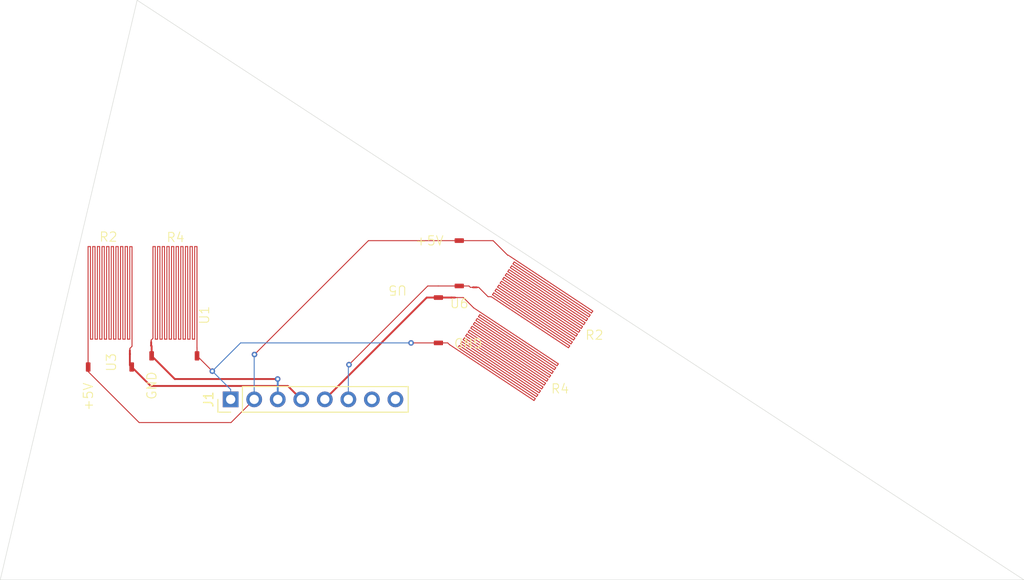
<source format=kicad_pcb>
(kicad_pcb (version 20241229) (generator "pcbnew") (generator_version "9.0")
  (layers (0 "F.Cu" signal) (2 "B.Cu" signal) (13 "F.Paste" user) (15 "B.Paste" user) (5 "F.SilkS" user "F.Silkscreen") (7 "B.SilkS" user "B.Silkscreen") (1 "F.Mask" user) (3 "B.Mask" user) (25 "Edge.Cuts" user))
  (net 0 "")
  (net 1 "A1_IN_P")
  (net 2 "+5V")
  (net 3 "A2_IN_N")
  (net 5 "GND")
  (net 7 "A1_IN_N")
  (net 8 "A2_IN_P")
  (footprint "Library:NetTie-2_SMD_Pad0.1mm" (layer "F.Cu") (at 110.20706 102.007836 90)
    (property "Reference" "REF**" (hide yes))
    (property "Value" "NetTie-2_SMD_Pad0.1mm" (hide yes))
    (fp_line (start 0.5 0) (end 0 0) (stroke (width 0.1)) (layer "F.Cu"))
    (fp_line (start -0.1 0) (end 0.3 0) (stroke (width 0.2)) (layer "F.Cu"))
    (pad "1" smd circle (at -0.1 0 90) (size 0.2 0.2) (layers "F.Cu") (net 1 "A1_IN_P"))
    (pad "2" smd circle (at 0.5 0 90) (size 0.1 0.1) (layers "F.Cu") (net 5 "GND"))
  )
  (footprint "Library:NetTie-2_SMD_Pad0.1mm" (layer "F.Cu") (at 142.70706 96.907836)
    (property "Reference" "REF**" (hide yes))
    (property "Value" "NetTie-2_SMD_Pad0.1mm" (hide yes))
    (fp_line (start -0.1 0) (end 0.3 0) (stroke (width 0.2)) (layer "F.Cu"))
    (fp_line (start 0.5 0) (end 0 0) (stroke (width 0.1)) (layer "F.Cu"))
    (pad "1" smd circle (at -0.1 0) (size 0.2 0.2) (layers "F.Cu") (net 8 "A2_IN_P"))
    (pad "2" smd circle (at 0.5 0) (size 0.1 0.1) (layers "F.Cu") (net 5 "GND"))
  )
  (footprint "Library:NetTie-2_SMD_Pad0.1mm" (layer "F.Cu") (at 107.90706 102.907836 90)
    (property "Reference" "REF**" (hide yes))
    (property "Value" "NetTie-2_SMD_Pad0.1mm" (hide yes))
    (fp_line (start 0.5 0) (end 0 0) (stroke (width 0.1)) (layer "F.Cu"))
    (fp_line (start -0.1 0) (end 0.3 0) (stroke (width 0.2)) (layer "F.Cu"))
    (pad "1" smd circle (at -0.1 0 90) (size 0.2 0.2) (layers "F.Cu") (net 7 "A1_IN_N"))
    (pad "2" smd circle (at 0.5 0 90) (size 0.1 0.1) (layers "F.Cu") (net 2 "+5V"))
  )
  (footprint "Library:NetTie-2_SMD_Pad0.1mm" (layer "F.Cu") (at 145.05706 95.807836)
    (property "Reference" "REF**" (hide yes))
    (property "Value" "NetTie-2_SMD_Pad0.1mm" (hide yes))
    (fp_line (start -0.1 0) (end 0.3 0) (stroke (width 0.2)) (layer "F.Cu"))
    (fp_line (start 0.5 0) (end 0 0) (stroke (width 0.1)) (layer "F.Cu"))
    (pad "1" smd circle (at -0.1 0) (size 0.2 0.2) (layers "F.Cu") (net 3 "A2_IN_N"))
    (pad "2" smd circle (at 0.5 0) (size 0.1 0.1) (layers "F.Cu") (net 2 "+5V"))
  )
  (footprint "Connector_PinHeader_2.54mm:PinHeader_1x08_P2.54mm_Vertical" (layer "F.Cu") (at 118.78706 107.907836 90)
    (property "Reference" "J1" (at 0 -2.38 90) (layer "F.SilkS"))
    (property "Value" "Conn_01x08_Pin")
    (fp_line (start -1.38 -1.38) (end 0 -1.38) (stroke (width 0.12)) (layer "F.SilkS"))
    (fp_line (start -1.38 0) (end -1.38 -1.38) (stroke (width 0.12)) (layer "F.SilkS"))
    (fp_line (start 1.38 1.27) (end 1.38 19.16) (stroke (width 0.12)) (layer "F.SilkS"))
    (fp_line (start -1.38 1.27) (end 1.38 1.27) (stroke (width 0.12)) (layer "F.SilkS"))
    (fp_line (start -1.38 1.27) (end -1.38 19.16) (stroke (width 0.12)) (layer "F.SilkS"))
    (fp_line (start -1.38 19.16) (end 1.38 19.16) (stroke (width 0.12)) (layer "F.SilkS"))
    (pad "1" thru_hole rect (at 0 0 90) (size 1.7 1.7) (drill 1) (layers "*.Cu" "*.Mask") (net 5 "GND"))
    (pad "2" thru_hole circle (at 0 2.54 90) (size 1.7 1.7) (drill 1) (layers "*.Cu" "*.Mask") (net 2 "+5V"))
    (pad "3" thru_hole circle (at 0 5.08 90) (size 1.7 1.7) (drill 1) (layers "*.Cu" "*.Mask") (net 1 "A1_IN_P"))
    (pad "4" thru_hole circle (at 0 7.62 90) (size 1.7 1.7) (drill 1) (layers "*.Cu" "*.Mask") (net 7 "A1_IN_N"))
    (pad "5" thru_hole circle (at 0 10.16 90) (size 1.7 1.7) (drill 1) (layers "*.Cu" "*.Mask") (net 8 "A2_IN_P"))
    (pad "6" thru_hole circle (at 0 12.7 90) (size 1.7 1.7) (drill 1) (layers "*.Cu" "*.Mask") (net 3 "A2_IN_N"))
    (pad "7" thru_hole circle (at 0 15.24 90) (size 1.7 1.7) (drill 1) (layers "*.Cu" "*.Mask"))
    (pad "8" thru_hole circle (at 0 17.78 90) (size 1.7 1.7) (drill 1) (layers "*.Cu" "*.Mask"))
  )
  (footprint "Library:StrainGaugeV" (layer "F.Cu") (at 110.70706 104.407836 90)
    (property "Reference" "U3" (at 0.5 -4.8 90) (layer "F.SilkS") (effects (font (thickness 0.1))))
    (property "Value" "~" (hide yes))
    (fp_text user "+5V" (at -4.8 -6.7 90) (layer "F.SilkS") (effects (font (thickness 0.1)) (justify left bottom)))
    (pad "1" smd roundrect (at 0 -7.3 90) (size 1 0.5) (layers "F.Cu" "F.Mask" "F.Paste") (roundrect_rratio 0.15) (net 2 "+5V"))
    (pad "2" smd roundrect (at 0 -2.6 90) (size 1 0.5) (layers "F.Cu" "F.Mask" "F.Paste") (roundrect_rratio 0.15) (net 7 "A1_IN_N"))
  )
  (footprint "Library:StrainGaugeV" (layer "F.Cu") (at 143.45706 98.057836)
    (property "Reference" "U6" (at 0 -0.5 0) (layer "F.SilkS") (effects (font (thickness 0.1))))
    (property "Value" "~")
    (fp_text user "+5V" (at -4.8 -6.7 0) (layer "F.SilkS") (effects (font (thickness 0.1)) (justify left bottom)))
    (pad "1" smd roundrect (at 0 -7.3) (size 1 0.5) (layers "F.Cu" "F.Mask" "F.Paste") (roundrect_rratio 0.15) (net 2 "+5V"))
    (pad "2" smd roundrect (at 0 -2.4) (size 1 0.5) (layers "F.Cu" "F.Mask" "F.Paste") (roundrect_rratio 0.15) (net 3 "A2_IN_N"))
  )
  (footprint "Library:StrainGaugeGND" (layer "F.Cu") (at 141.20706 96.907836 180)
    (property "Reference" "U5" (at 4.4 0.8 180) (layer "F.SilkS") (effects (font (thickness 0.1))))
    (property "Value" "~")
    (fp_text user "GND" (at -4.8 -4.3 180) (layer "F.SilkS") (effects (font (thickness 0.1)) (justify left bottom)))
    (pad "1" smd roundrect (at 0 -4.9 180) (size 1 0.5) (layers "F.Cu" "F.Mask" "F.Paste") (roundrect_rratio 0.15) (net 5 "GND"))
    (pad "2" smd roundrect (at 0 0 180) (size 1 0.5) (layers "F.Cu" "F.Mask" "F.Paste") (roundrect_rratio 0.15) (net 8 "A2_IN_P"))
  )
  (footprint "Library:StrainGaugeGND" (layer "F.Cu") (at 115.15706 103.207836 90)
    (property "Reference" "U1" (at 4.4 0.8 90) (layer "F.SilkS") (effects (font (thickness 0.1))))
    (property "Value" "~")
    (fp_text user "GND" (at -4.8 -4.3 90) (layer "F.SilkS") (effects (font (thickness 0.1)) (justify left bottom)))
    (pad "1" smd roundrect (at 0 -4.9 90) (size 1 0.5) (layers "F.Cu" "F.Mask" "F.Paste") (roundrect_rratio 0.15) (net 1 "A1_IN_P"))
    (pad "2" smd roundrect (at 0 0 90) (size 1 0.5) (layers "F.Cu" "F.Mask" "F.Paste") (roundrect_rratio 0.15) (net 5 "GND"))
  )
  (gr_line (start 93.91706 127.407836) (end 204.40706 127.407836) (stroke (width 0.05)) (layer "Edge.Cuts"))
  (gr_line (start 204.40706 127.407836) (end 108.69294 64.792164) (stroke (width 0.05)) (layer "Edge.Cuts"))
  (gr_line (start 108.69294 64.792164) (end 93.91706 127.407836) (stroke (width 0.05)) (layer "Edge.Cuts"))
  (gr_text "R2\n" (at 104.55 90.95 0) (layer "F.SilkS") (effects (font (size 1 1) (thickness 0.1)) (justify left bottom)))
  (gr_text "R2" (at 157 101.55 0) (layer "F.SilkS") (effects (font (size 1 1) (thickness 0.1)) (justify left bottom)))
  (gr_text "R4" (at 111.8 91 0) (layer "F.SilkS") (effects (font (size 1 1) (thickness 0.1)) (justify left bottom)))
  (gr_text "R4" (at 153.3 107.35 0) (layer "F.SilkS") (effects (font (size 1 1) (thickness 0.1)) (justify left bottom)))
  (segment (start 110.25706 103.207836) (end 112.75706 105.707836) (width 0.2) (layer "F.Cu") (net 1))
  (segment (start 110.25706 102.157836) (end 110.20706 102.107836) (width 0.2) (layer "F.Cu") (net 1))
  (segment (start 112.75706 105.707836) (end 123.85706 105.707836) (width 0.2) (layer "F.Cu") (net 1))
  (segment (start 110.25706 103.207836) (end 110.25706 102.157836) (width 0.2) (layer "F.Cu") (net 1))
  (via (at 123.85706 105.707836) (size 0.6) (drill 0.3) (layers "F.Cu" "B.Cu") (net 1))
  (segment (start 123.85706 105.707836) (end 123.86706 105.717836) (width 0.2) (layer "B.Cu") (net 1))
  (segment (start 123.86706 105.717836) (end 123.86706 107.907836) (width 0.2) (layer "B.Cu") (net 1))
  (segment (start 156.899636 99.831155) (end 157.03762 99.622683) (width 0.1) (layer "F.Cu") (net 2))
  (segment (start 107.90706 102.407836) (end 108.142164 102.172732) (width 0.1) (layer "F.Cu") (net 2))
  (segment (start 104.15 91.4) (end 104.15 101.4) (width 0.1) (layer "F.Cu") (net 2))
  (segment (start 104.15 101.4) (end 104.4 101.4) (width 0.1) (layer "F.Cu") (net 2))
  (segment (start 121.35706 103.057836) (end 133.65706 90.757836) (width 0.1) (layer "F.Cu") (net 2))
  (segment (start 107.4 101.4) (end 107.4 91.4) (width 0.1) (layer "F.Cu") (net 2))
  (segment (start 145.55706 95.807836) (end 146.562666 96.813442) (width 0.1) (layer "F.Cu") (net 2))
  (segment (start 104.9 91.4) (end 105.15 91.4) (width 0.1) (layer "F.Cu") (net 2))
  (segment (start 155.243825 102.332812) (end 155.381809 102.124341) (width 0.1) (layer "F.Cu") (net 2))
  (segment (start 148.836746 93.894842) (end 157.175604 99.414212) (width 0.1) (layer "F.Cu") (net 2))
  (segment (start 118.82706 110.407836) (end 108.90706 110.407836) (width 0.1) (layer "F.Cu") (net 2))
  (segment (start 148.00884 95.145671) (end 156.347699 100.665041) (width 0.1) (layer "F.Cu") (net 2))
  (segment (start 104.4 91.4) (end 104.65 91.4) (width 0.1) (layer "F.Cu") (net 2))
  (segment (start 107.9 101.4) (end 107.9 91.407836) (width 0.1) (layer "F.Cu") (net 2))
  (segment (start 156.347699 100.665041) (end 156.485683 100.456569) (width 0.1) (layer "F.Cu") (net 2))
  (segment (start 103.9 91.4) (end 104.15 91.4) (width 0.1) (layer "F.Cu") (net 2))
  (segment (start 103.9 101.4) (end 103.9 91.4) (width 0.1) (layer "F.Cu") (net 2))
  (segment (start 106.15 91.4) (end 106.15 101.4) (width 0.1) (layer "F.Cu") (net 2))
  (segment (start 147.318919 96.188028) (end 147.456903 95.979557) (width 0.1) (layer "F.Cu") (net 2))
  (segment (start 103.4 104.2) (end 103.4 91.4) (width 0.1) (layer "F.Cu") (net 2))
  (segment (start 155.657777 101.707398) (end 147.318919 96.188028) (width 0.1) (layer "F.Cu") (net 2))
  (segment (start 103.4 91.4) (end 103.65 91.4) (width 0.1) (layer "F.Cu") (net 2))
  (segment (start 157.175604 99.414212) (end 157.313588 99.20574) (width 0.1) (layer "F.Cu") (net 2))
  (segment (start 157.03762 99.622683) (end 148.698762 94.103313) (width 0.1) (layer "F.Cu") (net 2))
  (segment (start 106.4 101.4) (end 106.4 91.4) (width 0.1) (layer "F.Cu") (net 2))
  (segment (start 106.65 101.4) (end 106.9 101.4) (width 0.1) (layer "F.Cu") (net 2))
  (segment (start 149.250699 93.269428) (end 149.388683 93.060956) (width 0.1) (layer "F.Cu") (net 2))
  (segment (start 107.65 101.4) (end 107.9 101.4) (width 0.1) (layer "F.Cu") (net 2))
  (segment (start 104.65 101.4) (end 104.9 101.4) (width 0.1) (layer "F.Cu") (net 2))
  (segment (start 157.727541 98.580326) (end 157.865525 98.371855) (width 0.1) (layer "F.Cu") (net 2))
  (segment (start 148.734475 92.328145) (end 148.677369 92.328145) (width 0.1) (layer "F.Cu") (net 2))
  (segment (start 156.761651 100.039626) (end 148.422793 94.520256) (width 0.1) (layer "F.Cu") (net 2))
  (segment (start 105.4 101.4) (end 105.4 91.4) (width 0.1) (layer "F.Cu") (net 2))
  (segment (start 155.519793 101.915869) (end 155.657777 101.707398) (width 0.1) (layer "F.Cu") (net 2))
  (segment (start 157.313588 99.20574) (end 148.97473 93.686371) (width 0.1) (layer "F.Cu") (net 2))
  (segment (start 105.65 91.4) (end 105.65 101.4) (width 0.1) (layer "F.Cu") (net 2))
  (segment (start 155.795762 101.498926) (end 155.933746 101.290455) (width 0.1) (layer "F.Cu") (net 2))
  (segment (start 108.142164 102.172732) (end 108.142164 91.407836) (width 0.1) (layer "F.Cu") (net 2))
  (segment (start 148.284809 94.728728) (end 156.623667 100.248098) (width 0.1) (layer "F.Cu") (net 2))
  (segment (start 103.65 101.4) (end 103.9 101.4) (width 0.1) (layer "F.Cu") (net 2))
  (segment (start 155.381809 102.124341) (end 147.042951 96.604971) (width 0.1) (layer "F.Cu") (net 2))
  (segment (start 156.623667 100.248098) (end 156.761651 100.039626) (width 0.1) (layer "F.Cu") (net 2))
  (segment (start 149.388683 93.060956) (end 157.727541 98.580326) (width 0.1) (layer "F.Cu") (net 2))
  (segment (start 105.15 91.4) (end 105.15 101.4) (width 0.1) (layer "F.Cu") (net 2))
  (segment (start 105.15 101.4) (end 105.4 101.4) (width 0.1) (layer "F.Cu") (net 2))
  (segment (start 146.562666 96.813442) (end 146.904966 96.813442) (width 0.1) (layer "F.Cu") (net 2))
  (segment (start 108.142164 91.407836) (end 107.9 91.407836) (width 0.1) (layer "F.Cu") (net 2))
  (segment (start 105.65 101.4) (end 105.9 101.4) (width 0.1) (layer "F.Cu") (net 2))
  (segment (start 156.07173 101.081984) (end 156.209714 100.873512) (width 0.1) (layer "F.Cu") (net 2))
  (segment (start 133.65706 90.757836) (end 143.45706 90.757836) (width 0.1) (layer "F.Cu") (net 2))
  (segment (start 105.9 91.4) (end 106.15 91.4) (width 0.1) (layer "F.Cu") (net 2))
  (segment (start 148.146825 94.937199) (end 148.284809 94.728728) (width 0.1) (layer "F.Cu") (net 2))
  (segment (start 105.9 101.4) (end 105.9 91.4) (width 0.1) (layer "F.Cu") (net 2))
  (segment (start 104.9 101.4) (end 104.9 91.4) (width 0.1) (layer "F.Cu") (net 2))
  (segment (start 147.042951 96.604971) (end 147.180935 96.396499) (width 0.1) (layer "F.Cu") (net 2))
  (segment (start 121.32706 107.907836) (end 118.82706 110.407836) (width 0.1) (layer "F.Cu") (net 2))
  (segment (start 156.485683 100.456569) (end 148.146825 94.937199) (width 0.1) (layer "F.Cu") (net 2))
  (segment (start 105.4 91.4) (end 105.65 91.4) (width 0.1) (layer "F.Cu") (net 2))
  (segment (start 147.594888 95.771085) (end 147.732872 95.562614) (width 0.1) (layer "F.Cu") (net 2))
  (segment (start 107.15 91.4) (end 107.15 101.4) (width 0.1) (layer "F.Cu") (net 2))
  (segment (start 103.40706 104.907836) (end 103.40706 103.907836) (width 0.1) (layer "F.Cu") (net 2))
  (segment (start 148.422793 94.520256) (end 148.560777 94.311785) (width 0.1) (layer "F.Cu") (net 2))
  (segment (start 104.4 101.4) (end 104.4 91.4) (width 0.1) (layer "F.Cu") (net 2))
  (segment (start 156.209714 100.873512) (end 147.870856 95.354142) (width 0.1) (layer "F.Cu") (net 2))
  (segment (start 147.180935 96.396499) (end 155.519793 101.915869) (width 0.1) (layer "F.Cu") (net 2))
  (segment (start 148.698762 94.103313) (end 148.836746 93.894842) (width 0.1) (layer "F.Cu") (net 2))
  (segment (start 107.15 101.4) (end 107.4 101.4) (width 0.1) (layer "F.Cu") (net 2))
  (segment (start 104.65 91.4) (end 104.65 101.4) (width 0.1) (layer "F.Cu") (net 2))
  (segment (start 106.4 91.4) (end 106.65 91.4) (width 0.1) (layer "F.Cu") (net 2))
  (segment (start 155.933746 101.290455) (end 147.594888 95.771085) (width 0.1) (layer "F.Cu") (net 2))
  (segment (start 147.10706 90.757836) (end 143.45706 90.757836) (width 0.1) (layer "F.Cu") (net 2))
  (segment (start 108.90706 110.407836) (end 103.40706 104.907836) (width 0.1) (layer "F.Cu") (net 2))
  (segment (start 107.4 91.4) (end 107.65 91.4) (width 0.1) (layer "F.Cu") (net 2))
  (segment (start 106.15 101.4) (end 106.4 101.4) (width 0.1) (layer "F.Cu") (net 2))
  (segment (start 157.451573 98.997269) (end 157.589557 98.788797) (width 0.1) (layer "F.Cu") (net 2))
  (segment (start 147.456903 95.979557) (end 155.795762 101.498926) (width 0.1) (layer "F.Cu") (net 2))
  (segment (start 106.9 91.4) (end 107.15 91.4) (width 0.1) (layer "F.Cu") (net 2))
  (segment (start 148.97473 93.686371) (end 149.112714 93.477899) (width 0.1) (layer "F.Cu") (net 2))
  (segment (start 148.560777 94.311785) (end 156.899636 99.831155) (width 0.1) (layer "F.Cu") (net 2))
  (segment (start 107.65 91.4) (end 107.65 101.4) (width 0.1) (layer "F.Cu") (net 2))
  (segment (start 146.904966 96.813442) (end 155.243825 102.332812) (width 0.1) (layer "F.Cu") (net 2))
  (segment (start 157.589557 98.788797) (end 149.250699 93.269428) (width 0.1) (layer "F.Cu") (net 2))
  (segment (start 147.870856 95.354142) (end 148.00884 95.145671) (width 0.1) (layer "F.Cu") (net 2))
  (segment (start 149.112714 93.477899) (end 157.451573 98.997269) (width 0.1) (layer "F.Cu") (net 2))
  (segment (start 147.732872 95.562614) (end 156.07173 101.081984) (width 0.1) (layer "F.Cu") (net 2))
  (segment (start 106.9 101.4) (end 106.9 91.4) (width 0.1) (layer "F.Cu") (net 2))
  (segment (start 148.677369 92.328145) (end 147.10706 90.757836) (width 0.1) (layer "F.Cu") (net 2))
  (segment (start 103.65 91.4) (end 103.65 101.4) (width 0.1) (layer "F.Cu") (net 2))
  (segment (start 157.865525 98.371855) (end 148.734475 92.328145) (width 0.1) (layer "F.Cu") (net 2))
  (segment (start 106.65 91.4) (end 106.65 101.4) (width 0.1) (layer "F.Cu") (net 2))
  (via (at 121.35706 103.057836) (size 0.6) (drill 0.3) (layers "F.Cu" "B.Cu") (net 2))
  (segment (start 121.32706 103.087836) (end 121.35706 103.057836) (width 0.1) (layer "B.Cu") (net 2))
  (segment (start 121.32706 107.907836) (end 121.32706 103.087836) (width 0.1) (layer "B.Cu") (net 2))
  (segment (start 141.19706 95.657836) (end 140.05706 95.657836) (width 0.1) (layer "F.Cu") (net 3))
  (segment (start 131.55706 104.157836) (end 131.58206 104.132836) (width 0.1) (layer "F.Cu") (net 3))
  (segment (start 144.95706 95.807836) (end 144.65706 95.807836) (width 0.1) (layer "F.Cu") (net 3))
  (segment (start 140.05706 95.657836) (end 131.55706 104.157836) (width 0.1) (layer "F.Cu") (net 3))
  (segment (start 141.19706 95.657836) (end 143.45706 95.657836) (width 0.1) (layer "F.Cu") (net 3))
  (segment (start 144.50706 95.657836) (end 143.45706 95.657836) (width 0.1) (layer "F.Cu") (net 3))
  (segment (start 144.65706 95.807836) (end 144.50706 95.657836) (width 0.1) (layer "F.Cu") (net 3))
  (via (at 131.55706 104.157836) (size 0.6) (drill 0.3) (layers "F.Cu" "B.Cu") (net 3))
  (segment (start 131.48706 107.907836) (end 131.48706 104.227836) (width 0.1) (layer "B.Cu") (net 3))
  (segment (start 131.48706 104.227836) (end 131.55706 104.157836) (width 0.1) (layer "B.Cu") (net 3))
  (segment (start 113.9 91.4) (end 114.15 91.4) (width 0.1) (layer "F.Cu") (net 5))
  (segment (start 143.325429 102.302287) (end 143.463413 102.093815) (width 0.1) (layer "F.Cu") (net 5))
  (segment (start 144.153334 101.051458) (end 144.291318 100.842987) (width 0.1) (layer "F.Cu") (net 5))
  (segment (start 153.458082 105.111528) (end 153.596066 104.903056) (width 0.1) (layer "F.Cu") (net 5))
  (segment (start 110.4 101.314896) (end 110.20706 101.507836) (width 0.1) (layer "F.Cu") (net 5))
  (segment (start 153.872035 104.486113) (end 145.533177 98.966744) (width 0.1) (layer "F.Cu") (net 5))
  (segment (start 115.15 102.35) (end 115.15706 102.35706) (width 0.1) (layer "F.Cu") (net 5))
  (segment (start 144.705271 100.217572) (end 144.843255 100.009101) (width 0.1) (layer "F.Cu") (net 5))
  (segment (start 154.148003 104.069171) (end 145.016953 98.025461) (width 0.1) (layer "F.Cu") (net 5))
  (segment (start 111.15 101.4) (end 111.4 101.4) (width 0.1) (layer "F.Cu") (net 5))
  (segment (start 152.768161 106.153885) (end 144.429303 100.634515) (width 0.1) (layer "F.Cu") (net 5))
  (segment (start 114.65 101.4) (end 114.9 101.4) (width 0.1) (layer "F.Cu") (net 5))
  (segment (start 114.4 91.4) (end 114.65 91.4) (width 0.1) (layer "F.Cu") (net 5))
  (segment (start 111.9 101.4) (end 111.9 91.4) (width 0.1) (layer "F.Cu") (net 5))
  (segment (start 141.20706 101.807836) (end 138.25706 101.807836) (width 0.1) (layer "F.Cu") (net 5))
  (segment (start 114.15 91.4) (end 114.15 101.4) (width 0.1) (layer "F.Cu") (net 5))
  (segment (start 111.9 91.4) (end 112.15 91.4) (width 0.1) (layer "F.Cu") (net 5))
  (segment (start 110.9 91.4) (end 111.15 91.4) (width 0.1) (layer "F.Cu") (net 5))
  (segment (start 115.15 91.4) (end 115.15 102.35) (width 0.1) (layer "F.Cu") (net 5))
  (segment (start 142.216671 101.807836) (end 141.20706 101.807836) (width 0.1) (layer "F.Cu") (net 5))
  (segment (start 143.463413 102.093815) (end 151.802271 107.613185) (width 0.1) (layer "F.Cu") (net 5))
  (segment (start 151.664287 107.821657) (end 143.325429 102.302287) (width 0.1) (layer "F.Cu") (net 5))
  (segment (start 110.4 91.4) (end 110.4 101.314896) (width 0.1) (layer "F.Cu") (net 5))
  (segment (start 114.9 101.4) (end 114.9 91.4) (width 0.1) (layer "F.Cu") (net 5))
  (segment (start 112.15 101.4) (end 112.4 101.4) (width 0.1) (layer "F.Cu") (net 5))
  (segment (start 151.526303 108.030128) (end 151.664287 107.821657) (width 0.1) (layer "F.Cu") (net 5))
  (segment (start 113.65 101.4) (end 113.9 101.4) (width 0.1) (layer "F.Cu") (net 5))
  (segment (start 145.533177 98.966744) (end 145.671161 98.758272) (width 0.1) (layer "F.Cu") (net 5))
  (segment (start 112.4 101.4) (end 112.4 91.4) (width 0.1) (layer "F.Cu") (net 5))
  (segment (start 115.15706 103.207836) (end 116.80706 104.857836) (width 0.1) (layer "F.Cu") (net 5))
  (segment (start 142.395253 101.986418) (end 151.526303 108.030128) (width 0.1) (layer "F.Cu") (net 5))
  (segment (start 114.9 91.4) (end 115.15 91.4) (width 0.1) (layer "F.Cu") (net 5))
  (segment (start 151.940255 107.404714) (end 143.601397 101.885344) (width 0.1) (layer "F.Cu") (net 5))
  (segment (start 144.843255 100.009101) (end 153.182114 105.528471) (width 0.1) (layer "F.Cu") (net 5))
  (segment (start 145.119224 99.592158) (end 153.458082 105.111528) (width 0.1) (layer "F.Cu") (net 5))
  (segment (start 153.182114 105.528471) (end 153.320098 105.319999) (width 0.1) (layer "F.Cu") (net 5))
  (segment (start 111.65 91.4) (end 111.65 101.4) (width 0.1) (layer "F.Cu") (net 5))
  (segment (start 151.802271 107.613185) (end 151.940255 107.404714) (width 0.1) (layer "F.Cu") (net 5))
  (segment (start 112.65 101.4) (end 112.9 101.4) (width 0.1) (layer "F.Cu") (net 5))
  (segment (start 113.65 91.4) (end 113.65 101.4) (width 0.1) (layer "F.Cu") (net 5))
  (segment (start 154.010019 104.277642) (end 154.148003 104.069171) (width 0.1) (layer "F.Cu") (net 5))
  (segment (start 153.734051 104.694585) (end 153.872035 104.486113) (width 0.1) (layer "F.Cu") (net 5))
  (segment (start 144.98124 99.800629) (end 145.119224 99.592158) (width 0.1) (layer "F.Cu") (net 5))
  (segment (start 144.567287 100.426044) (end 152.906145 105.945414) (width 0.1) (layer "F.Cu") (net 5))
  (segment (start 153.320098 105.319999) (end 144.98124 99.800629) (width 0.1) (layer "F.Cu") (net 5))
  (segment (start 112.65 91.4) (end 112.65 101.4) (width 0.1) (layer "F.Cu") (net 5))
  (segment (start 153.596066 104.903056) (end 145.257208 99.383687) (width 0.1) (layer "F.Cu") (net 5))
  (segment (start 152.630177 106.362357) (end 152.768161 106.153885) (width 0.1) (layer "F.Cu") (net 5))
  (segment (start 142.395253 101.986418) (end 142.216671 101.807836) (width 0.1) (layer "F.Cu") (net 5))
  (segment (start 111.4 91.4) (end 111.65 91.4) (width 0.1) (layer "F.Cu") (net 5))
  (segment (start 152.07824 107.196242) (end 152.216224 106.987771) (width 0.1) (layer "F.Cu") (net 5))
  (segment (start 152.216224 106.987771) (end 143.877366 101.468401) (width 0.1) (layer "F.Cu") (net 5))
  (segment (start 111.65 101.4) (end 111.9 101.4) (width 0.1) (layer "F.Cu") (net 5))
  (segment (start 112.9 101.4) (end 112.9 91.4) (width 0.1) (layer "F.Cu") (net 5))
  (segment (start 143.739381 101.676873) (end 152.07824 107.196242) (width 0.1) (layer "F.Cu") (net 5))
  (segment (start 144.429303 100.634515) (end 144.567287 100.426044) (width 0.1) (layer "F.Cu") (net 5))
  (segment (start 152.906145 105.945414) (end 153.044129 105.736942) (width 0.1) (layer "F.Cu") (net 5))
  (segment (start 144.01535 101.25993) (end 152.354208 106.7793) (width 0.1) (layer "F.Cu") (net 5))
  (segment (start 112.9 91.4) (end 113.15 91.4) (width 0.1) (layer "F.Cu") (net 5))
  (segment (start 113.15 91.4) (end 113.15 101.4) (width 0.1) (layer "F.Cu") (net 5))
  (segment (start 114.4 101.4) (end 114.4 91.4) (width 0.1) (layer "F.Cu") (net 5))
  (segment (start 145.671161 98.758272) (end 154.010019 104.277642) (width 0.1) (layer "F.Cu") (net 5))
  (segment (start 110.65 91.4) (end 110.65 101.4) (width 0.1) (layer "F.Cu") (net 5))
  (segment (start 144.291318 100.842987) (end 152.630177 106.362357) (width 0.1) (layer "F.Cu") (net 5))
  (segment (start 111.15 91.4) (end 111.15 101.4) (width 0.1) (layer "F.Cu") (net 5))
  (segment (start 113.4 101.4) (end 113.4 91.4) (width 0.1) (layer "F.Cu") (net 5))
  (segment (start 112.15 91.4) (end 112.15 101.4) (width 0.1) (layer "F.Cu") (net 5))
  (segment (start 153.044129 105.736942) (end 144.705271 100.217572) (width 0.1) (layer "F.Cu") (net 5))
  (segment (start 110.65 101.4) (end 110.9 101.4) (width 0.1) (layer "F.Cu") (net 5))
  (segment (start 111.4 101.4) (end 111.4 91.4) (width 0.1) (layer "F.Cu") (net 5))
  (segment (start 114.65 91.4) (end 114.65 101.4) (width 0.1) (layer "F.Cu") (net 5))
  (segment (start 145.395192 99.175215) (end 153.734051 104.694585) (width 0.1) (layer "F.Cu") (net 5))
  (segment (start 152.492192 106.570828) (end 144.153334 101.051458) (width 0.1) (layer "F.Cu") (net 5))
  (segment (start 112.4 91.4) (end 112.65 91.4) (width 0.1) (layer "F.Cu") (net 5))
  (segment (start 113.4 91.4) (end 113.65 91.4) (width 0.1) (layer "F.Cu") (net 5))
  (segment (start 113.15 101.4) (end 113.4 101.4) (width 0.1) (layer "F.Cu") (net 5))
  (segment (start 115.15706 102.35706) (end 115.15706 103.207836) (width 0.1) (layer "F.Cu") (net 5))
  (segment (start 110.9 101.4) (end 110.9 91.4) (width 0.1) (layer "F.Cu") (net 5))
  (segment (start 145.016953 98.025461) (end 143.899328 96.907836) (width 0.1) (layer "F.Cu") (net 5))
  (segment (start 114.15 101.4) (end 114.4 101.4) (width 0.1) (layer "F.Cu") (net 5))
  (segment (start 145.257208 99.383687) (end 145.395192 99.175215) (width 0.1) (layer "F.Cu") (net 5))
  (segment (start 110.4 91.4) (end 110.65 91.4) (width 0.1) (layer "F.Cu") (net 5))
  (segment (start 143.601397 101.885344) (end 143.739381 101.676873) (width 0.1) (layer "F.Cu") (net 5))
  (segment (start 143.877366 101.468401) (end 144.01535 101.25993) (width 0.1) (layer "F.Cu") (net 5))
  (segment (start 113.9 101.4) (end 113.9 91.4) (width 0.1) (layer "F.Cu") (net 5))
  (segment (start 152.354208 106.7793) (end 152.492192 106.570828) (width 0.1) (layer "F.Cu") (net 5))
  (segment (start 143.899328 96.907836) (end 143.20706 96.907836) (width 0.1) (layer "F.Cu") (net 5))
  (via (at 138.25706 101.807836) (size 0.6) (drill 0.3) (layers "F.Cu" "B.Cu") (net 5))
  (via (at 116.80706 104.857836) (size 0.6) (drill 0.3) (layers "F.Cu" "B.Cu") (net 5))
  (segment (start 119.85706 101.807836) (end 116.80706 104.857836) (width 0.1) (layer "B.Cu") (net 5))
  (segment (start 116.80706 104.857836) (end 118.78706 106.837836) (width 0.1) (layer "B.Cu") (net 5))
  (segment (start 138.25706 101.807836) (end 119.85706 101.807836) (width 0.1) (layer "B.Cu") (net 5))
  (segment (start 118.78706 106.837836) (end 118.78706 107.907836) (width 0.1) (layer "B.Cu") (net 5))
  (segment (start 110.15706 106.457836) (end 124.95706 106.457836) (width 0.2) (layer "F.Cu") (net 7))
  (segment (start 124.95706 106.457836) (end 126.40706 107.907836) (width 0.2) (layer "F.Cu") (net 7))
  (segment (start 108.10706 104.407836) (end 110.15706 106.457836) (width 0.2) (layer "F.Cu") (net 7))
  (segment (start 107.90706 103.007836) (end 107.90706 104.207836) (width 0.2) (layer "F.Cu") (net 7))
  (segment (start 107.90706 104.207836) (end 108.10706 104.407836) (width 0.2) (layer "F.Cu") (net 7))
  (segment (start 141.20706 96.907836) (end 139.94706 96.907836) (width 0.2) (layer "F.Cu") (net 8))
  (segment (start 141.20706 96.907836) (end 142.60706 96.907836) (width 0.2) (layer "F.Cu") (net 8))
  (segment (start 139.94706 96.907836) (end 128.94706 107.907836) (width 0.2) (layer "F.Cu") (net 8))
)
</source>
